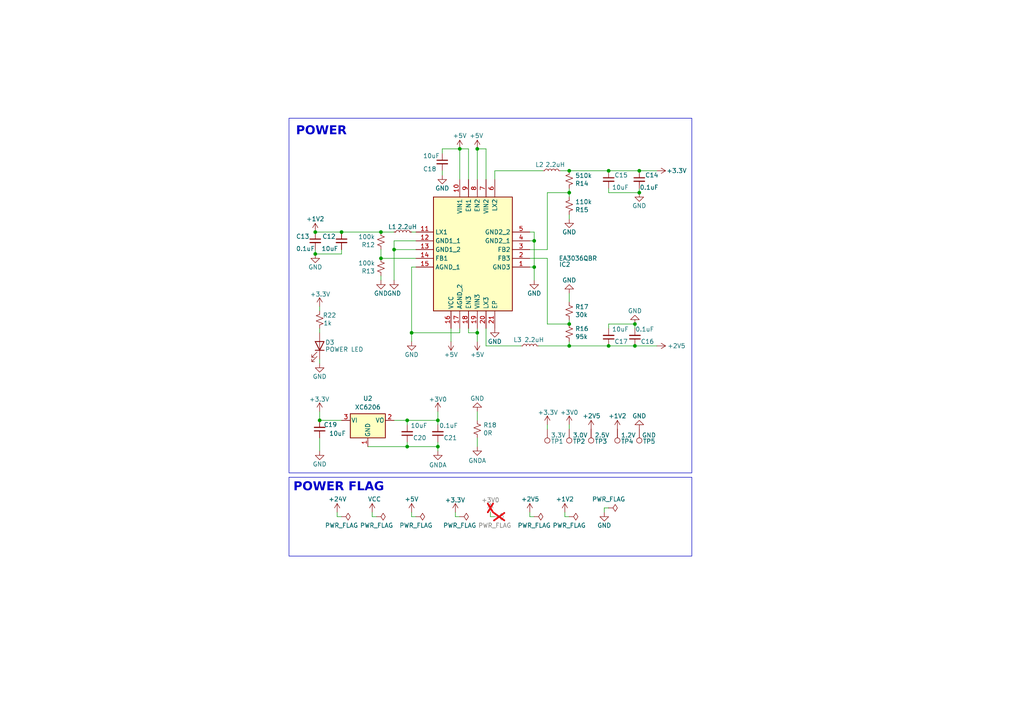
<source format=kicad_sch>
(kicad_sch (version 20230121) (generator eeschema)
  (paper "A4")
  (lib_symbols
    (symbol "+3.3V_1" (power) (pin_names (offset 0))
      (property "Value" "+3.3V_1" (at 0 3.556 0))
      (symbol "+3.3V_1_0_1"
        (polyline (pts (xy -0.762 1.27) (xy 0 2.54)))
        (polyline (pts (xy 0 0) (xy 0 2.54)))
        (polyline (pts (xy 0 2.54) (xy 0.762 1.27)))
      )
      (symbol "+3.3V_1_1_1"
        (pin power_in line (at 0 0 90) (length 0) hide (name "+3.3V") (number "1"))
      )
    )
    (symbol "3rd_Power_Manager:EA3036QBR"
      (property "Reference" "IC" (at 29.21 17.78 0))
      (property "Value" "EA3036QBR" (at 29.21 15.24 0))
      (symbol "EA3036QBR_1_1"
        (rectangle (start 5.08 12.7) (end 27.94 -20.32) (stroke (width 0.254)) (fill (type background)))
        (pin passive line (at 0 0 0) (length 5.08) (name "GND3") (number "1"))
        (pin passive line (at 20.32 -25.4 90) (length 5.08) (name "VIN1") (number "10"))
        (pin passive line (at 33.02 -10.16 180) (length 5.08) (name "LX1") (number "11"))
        (pin passive line (at 33.02 -7.62 180) (length 5.08) (name "GND1_1") (number "12"))
        (pin passive line (at 33.02 -5.08 180) (length 5.08) (name "GND1_2") (number "13"))
        (pin passive line (at 33.02 -2.54 180) (length 5.08) (name "FB1") (number "14"))
        (pin passive line (at 33.02 0 180) (length 5.08) (name "AGND_1") (number "15"))
        (pin passive line (at 22.86 17.78 270) (length 5.08) (name "VCC") (number "16"))
        (pin passive line (at 20.32 17.78 270) (length 5.08) (name "AGND_2") (number "17"))
        (pin passive line (at 17.78 17.78 270) (length 5.08) (name "EN3") (number "18"))
        (pin passive line (at 15.24 17.78 270) (length 5.08) (name "VIN3") (number "19"))
        (pin passive line (at 0 -2.54 0) (length 5.08) (name "FB3") (number "2"))
        (pin passive line (at 12.7 17.78 270) (length 5.08) (name "LX3") (number "20"))
        (pin passive line (at 10.16 17.78 270) (length 5.08) (name "EP") (number "21"))
        (pin passive line (at 0 -5.08 0) (length 5.08) (name "FB2") (number "3"))
        (pin passive line (at 0 -7.62 0) (length 5.08) (name "GND2_1") (number "4"))
        (pin passive line (at 0 -10.16 0) (length 5.08) (name "GND2_2") (number "5"))
        (pin passive line (at 10.16 -25.4 90) (length 5.08) (name "LX2") (number "6"))
        (pin passive line (at 12.7 -25.4 90) (length 5.08) (name "VIN2") (number "7"))
        (pin passive line (at 15.24 -25.4 90) (length 5.08) (name "EN2") (number "8"))
        (pin passive line (at 17.78 -25.4 90) (length 5.08) (name "EN1") (number "9"))
      )
    )
    (symbol "Connector:TestPoint" (pin_numbers hide) (pin_names (offset 0.762) hide)
      (property "Reference" "TP" (at 0 6.858 0))
      (property "Value" "TestPoint" (at 0 5.08 0))
      (symbol "TestPoint_0_1"
        (circle (center 0 3.302) (radius 0.762))
      )
      (symbol "TestPoint_1_1"
        (pin passive line (at 0 0 90) (length 2.54) (name "1") (number "1"))
      )
    )
    (symbol "Device:C_Small" (pin_numbers hide) (pin_names (offset 0.254) hide)
      (property "Reference" "C" (at 0.254 1.778 0))
      (property "Value" "C_Small" (at 0.254 -2.032 0))
      (symbol "C_Small_0_1"
        (polyline (pts (xy -1.524 -0.508) (xy 1.524 -0.508)) (stroke (width 0.3302)))
        (polyline (pts (xy -1.524 0.508) (xy 1.524 0.508)) (stroke (width 0.3048)))
      )
      (symbol "C_Small_1_1"
        (pin passive line (at 0 2.54 270) (length 2.032) (name "~") (number "1"))
        (pin passive line (at 0 -2.54 90) (length 2.032) (name "~") (number "2"))
      )
    )
    (symbol "Device:LED" (pin_numbers hide) (pin_names (offset 1.016) hide)
      (property "Reference" "D" (at 0 2.54 0))
      (property "Value" "LED" (at 0 -2.54 0))
      (symbol "LED_0_1"
        (polyline (pts (xy -1.27 -1.27) (xy -1.27 1.27)) (stroke (width 0.254)))
        (polyline (pts (xy -1.27 0) (xy 1.27 0)))
        (polyline (pts (xy 1.27 -1.27) (xy 1.27 1.27) (xy -1.27 0) (xy 1.27 -1.27)) (stroke (width 0.254)))
        (polyline (pts (xy -3.048 -0.762) (xy -4.572 -2.286) (xy -3.81 -2.286) (xy -4.572 -2.286) (xy -4.572 -1.524)))
        (polyline (pts (xy -1.778 -0.762) (xy -3.302 -2.286) (xy -2.54 -2.286) (xy -3.302 -2.286) (xy -3.302 -1.524)))
      )
      (symbol "LED_1_1"
        (pin passive line (at -3.81 0 0) (length 2.54) (name "K") (number "1"))
        (pin passive line (at 3.81 0 180) (length 2.54) (name "A") (number "2"))
      )
    )
    (symbol "Device:L_Small" (pin_numbers hide) (pin_names (offset 0.254) hide)
      (property "Reference" "L" (at 0.762 1.016 0))
      (property "Value" "L_Small" (at 0.762 -1.016 0))
      (symbol "L_Small_0_1"
        (arc (start 0 -2.032) (mid 0.5058 -1.524) (end 0 -1.016))
        (arc (start 0 -1.016) (mid 0.5058 -0.508) (end 0 0))
        (arc (start 0 0) (mid 0.5058 0.508) (end 0 1.016))
        (arc (start 0 1.016) (mid 0.5058 1.524) (end 0 2.032))
      )
      (symbol "L_Small_1_1"
        (pin passive line (at 0 2.54 270) (length 0.508) (name "~") (number "1"))
        (pin passive line (at 0 -2.54 90) (length 0.508) (name "~") (number "2"))
      )
    )
    (symbol "Device:R_Small_US" (pin_numbers hide) (pin_names (offset 0.254) hide)
      (property "Reference" "R" (at 0.762 0.508 0))
      (property "Value" "R_Small_US" (at 0.762 -1.016 0))
      (symbol "R_Small_US_1_1"
        (polyline (pts (xy 0 0) (xy 1.016 -0.381) (xy 0 -0.762) (xy -1.016 -1.143) (xy 0 -1.524)))
        (polyline (pts (xy 0 1.524) (xy 1.016 1.143) (xy 0 0.762) (xy -1.016 0.381) (xy 0 0)))
        (pin passive line (at 0 2.54 270) (length 1.016) (name "~") (number "1"))
        (pin passive line (at 0 -2.54 90) (length 1.016) (name "~") (number "2"))
      )
    )
    (symbol "Regulator_Linear:XC6206PxxxMR" (pin_names (offset 0.254))
      (property "Reference" "U" (at -3.81 3.175 0))
      (property "Value" "XC6206PxxxMR" (at 0 3.175 0))
      (symbol "XC6206PxxxMR_0_1"
        (rectangle (start -5.08 1.905) (end 5.08 -5.08) (stroke (width 0.254)) (fill (type background)))
      )
      (symbol "XC6206PxxxMR_1_1"
        (pin power_in line (at 0 -7.62 90) (length 2.54) (name "GND") (number "1"))
        (pin power_out line (at 7.62 0 180) (length 2.54) (name "VO") (number "2"))
        (pin power_in line (at -7.62 0 0) (length 2.54) (name "VI") (number "3"))
      )
    )
    (symbol "power:+1V2" (power) (pin_names (offset 0))
      (property "Value" "+1V2" (at 0 3.556 0))
      (symbol "+1V2_0_1"
        (polyline (pts (xy -0.762 1.27) (xy 0 2.54)))
        (polyline (pts (xy 0 0) (xy 0 2.54)))
        (polyline (pts (xy 0 2.54) (xy 0.762 1.27)))
      )
      (symbol "+1V2_1_1"
        (pin power_in line (at 0 0 90) (length 0) hide (name "+1V2") (number "1"))
      )
    )
    (symbol "power:+24V" (power) (pin_names (offset 0))
      (property "Value" "+24V" (at 0 3.556 0))
      (symbol "+24V_0_1"
        (polyline (pts (xy -0.762 1.27) (xy 0 2.54)))
        (polyline (pts (xy 0 0) (xy 0 2.54)))
        (polyline (pts (xy 0 2.54) (xy 0.762 1.27)))
      )
      (symbol "+24V_1_1"
        (pin power_in line (at 0 0 90) (length 0) hide (name "+24V") (number "1"))
      )
    )
    (symbol "power:+2V5" (power) (pin_names (offset 0))
      (property "Value" "+2V5" (at 0 3.556 0))
      (symbol "+2V5_0_1"
        (polyline (pts (xy -0.762 1.27) (xy 0 2.54)))
        (polyline (pts (xy 0 0) (xy 0 2.54)))
        (polyline (pts (xy 0 2.54) (xy 0.762 1.27)))
      )
      (symbol "+2V5_1_1"
        (pin power_in line (at 0 0 90) (length 0) hide (name "+2V5") (number "1"))
      )
    )
    (symbol "power:+3V0" (power) (pin_names (offset 0))
      (property "Value" "+3V0" (at 0 3.556 0))
      (symbol "+3V0_0_1"
        (polyline (pts (xy -0.762 1.27) (xy 0 2.54)))
        (polyline (pts (xy 0 0) (xy 0 2.54)))
        (polyline (pts (xy 0 2.54) (xy 0.762 1.27)))
      )
      (symbol "+3V0_1_1"
        (pin power_in line (at 0 0 90) (length 0) hide (name "+3V0") (number "1"))
      )
    )
    (symbol "power:+5V" (power) (pin_names (offset 0))
      (property "Value" "+5V" (at 0 3.556 0))
      (symbol "+5V_0_1"
        (polyline (pts (xy -0.762 1.27) (xy 0 2.54)))
        (polyline (pts (xy 0 0) (xy 0 2.54)))
        (polyline (pts (xy 0 2.54) (xy 0.762 1.27)))
      )
      (symbol "+5V_1_1"
        (pin power_in line (at 0 0 90) (length 0) hide (name "+5V") (number "1"))
      )
    )
    (symbol "power:GND" (power) (pin_names (offset 0))
      (property "Value" "GND" (at 0 -3.81 0))
      (symbol "GND_0_1"
        (polyline (pts (xy 0 0) (xy 0 -1.27) (xy 1.27 -1.27) (xy 0 -2.54) (xy -1.27 -1.27) (xy 0 -1.27)))
      )
      (symbol "GND_1_1"
        (pin power_in line (at 0 0 270) (length 0) hide (name "GND") (number "1"))
      )
    )
    (symbol "power:GNDA" (power) (pin_names (offset 0))
      (property "Value" "GNDA" (at 0 -3.81 0))
      (symbol "GNDA_0_1"
        (polyline (pts (xy 0 0) (xy 0 -1.27) (xy 1.27 -1.27) (xy 0 -2.54) (xy -1.27 -1.27) (xy 0 -1.27)))
      )
      (symbol "GNDA_1_1"
        (pin power_in line (at 0 0 270) (length 0) hide (name "GNDA") (number "1"))
      )
    )
    (symbol "power:PWR_FLAG" (power) (pin_numbers hide) (pin_names (offset 0) hide)
      (property "Value" "PWR_FLAG" (at 0 3.81 0))
      (symbol "PWR_FLAG_0_0"
        (pin power_out line (at 0 0 90) (length 0) (name "pwr") (number "1"))
      )
      (symbol "PWR_FLAG_0_1"
        (polyline (pts (xy 0 0) (xy 0 1.27) (xy -1.016 1.905) (xy 0 2.54) (xy 1.016 1.905) (xy 0 1.27)))
      )
    )
    (symbol "power:VCC" (power) (pin_names (offset 0))
      (property "Value" "VCC" (at 0 3.81 0))
      (symbol "VCC_0_1"
        (polyline (pts (xy -0.762 1.27) (xy 0 2.54)))
        (polyline (pts (xy 0 0) (xy 0 2.54)))
        (polyline (pts (xy 0 2.54) (xy 0.762 1.27)))
      )
      (symbol "VCC_1_1"
        (pin power_in line (at 0 0 90) (length 0) hide (name "VCC") (number "1"))
      )
    )
  )
  (junction (at 91.44 73.66))
  (junction (at 119.38 96.52))
  (junction (at 154.94 69.85))
  (junction (at 91.44 67.31))
  (junction (at 138.43 96.52))
  (junction (at 127 121.92))
  (junction (at 165.1 100.33))
  (junction (at 110.49 67.31))
  (junction (at 138.43 43.18))
  (junction (at 165.1 93.98))
  (junction (at 185.42 55.88))
  (junction (at 154.94 77.47))
  (junction (at 184.15 93.98))
  (junction (at 185.42 49.53))
  (junction (at 127 129.54))
  (junction (at 184.15 100.33))
  (junction (at 176.53 49.53))
  (junction (at 176.53 100.33))
  (junction (at 165.1 49.53))
  (junction (at 133.35 43.18))
  (junction (at 99.06 67.31))
  (junction (at 110.49 74.93))
  (junction (at 118.11 129.54))
  (junction (at 165.1 55.88))
  (junction (at 92.71 121.92))
  (junction (at 118.11 121.92))
  (junction (at 114.3 72.39))
  (wire (pts (xy 176.53 54.61) (xy 176.53 55.88)))
  (wire (pts (xy 165.1 62.23) (xy 165.1 63.5)))
  (wire (pts (xy 118.11 128.27) (xy 118.11 129.54)))
  (wire (pts (xy 184.15 95.25) (xy 184.15 93.98)))
  (wire (pts (xy 114.3 72.39) (xy 120.65 72.39)))
  (wire (pts (xy 184.15 100.33) (xy 176.53 100.33)))
  (wire (pts (xy 175.26 147.32) (xy 176.53 147.32)))
  (wire (pts (xy 128.27 44.45) (xy 128.27 43.18)))
  (wire (pts (xy 127 129.54) (xy 127 130.81)))
  (wire (pts (xy 107.95 149.86) (xy 109.22 149.86)))
  (wire (pts (xy 138.43 96.52) (xy 138.43 99.06)))
  (wire (pts (xy 158.75 123.19) (xy 158.75 124.46)))
  (wire (pts (xy 119.38 99.06) (xy 119.38 96.52)))
  (wire (pts (xy 158.75 74.93) (xy 158.75 93.98)))
  (wire (pts (xy 154.94 67.31) (xy 153.67 67.31)))
  (wire (pts (xy 165.1 100.33) (xy 165.1 99.06)))
  (wire (pts (xy 114.3 121.92) (xy 118.11 121.92)))
  (wire (pts (xy 135.89 95.25) (xy 135.89 96.52)))
  (wire (pts (xy 175.26 148.59) (xy 175.26 147.32)))
  (wire (pts (xy 138.43 96.52) (xy 138.43 95.25)))
  (wire (pts (xy 127 128.27) (xy 127 129.54)))
  (wire (pts (xy 140.97 100.33) (xy 151.13 100.33)))
  (wire (pts (xy 142.24 149.86) (xy 143.51 149.86)))
  (wire (pts (xy 106.68 129.54) (xy 118.11 129.54)))
  (wire (pts (xy 132.08 148.59) (xy 132.08 149.86)))
  (wire (pts (xy 92.71 104.14) (xy 92.71 105.41)))
  (wire (pts (xy 119.38 149.86) (xy 120.65 149.86)))
  (wire (pts (xy 110.49 80.01) (xy 110.49 81.28)))
  (wire (pts (xy 158.75 72.39) (xy 158.75 55.88)))
  (wire (pts (xy 114.3 72.39) (xy 114.3 81.28)))
  (wire (pts (xy 118.11 129.54) (xy 127 129.54)))
  (wire (pts (xy 185.42 49.53) (xy 176.53 49.53)))
  (wire (pts (xy 127 119.38) (xy 127 121.92)))
  (wire (pts (xy 158.75 93.98) (xy 165.1 93.98)))
  (wire (pts (xy 184.15 93.98) (xy 176.53 93.98)))
  (wire (pts (xy 128.27 43.18) (xy 133.35 43.18)))
  (wire (pts (xy 176.53 95.25) (xy 176.53 93.98)))
  (wire (pts (xy 176.53 100.33) (xy 165.1 100.33)))
  (wire (pts (xy 158.75 55.88) (xy 165.1 55.88)))
  (wire (pts (xy 92.71 127) (xy 92.71 130.81)))
  (wire (pts (xy 97.79 149.86) (xy 99.06 149.86)))
  (wire (pts (xy 91.44 67.31) (xy 99.06 67.31)))
  (wire (pts (xy 99.06 67.31) (xy 110.49 67.31)))
  (wire (pts (xy 154.94 69.85) (xy 154.94 67.31)))
  (wire (pts (xy 130.81 95.25) (xy 130.81 99.06)))
  (wire (pts (xy 154.94 77.47) (xy 154.94 81.28)))
  (wire (pts (xy 119.38 77.47) (xy 119.38 96.52)))
  (wire (pts (xy 153.67 74.93) (xy 158.75 74.93)))
  (wire (pts (xy 91.44 72.39) (xy 91.44 73.66)))
  (wire (pts (xy 143.51 52.07) (xy 143.51 49.53)))
  (wire (pts (xy 138.43 119.38) (xy 138.43 121.92)))
  (wire (pts (xy 153.67 77.47) (xy 154.94 77.47)))
  (wire (pts (xy 153.67 69.85) (xy 154.94 69.85)))
  (wire (pts (xy 120.65 74.93) (xy 110.49 74.93)))
  (wire (pts (xy 132.08 149.86) (xy 133.35 149.86)))
  (wire (pts (xy 119.38 148.59) (xy 119.38 149.86)))
  (wire (pts (xy 92.71 88.9) (xy 92.71 90.17)))
  (wire (pts (xy 138.43 43.18) (xy 138.43 52.07)))
  (wire (pts (xy 133.35 43.18) (xy 133.35 52.07)))
  (wire (pts (xy 127 123.19) (xy 127 121.92)))
  (wire (pts (xy 153.67 72.39) (xy 158.75 72.39)))
  (wire (pts (xy 133.35 95.25) (xy 133.35 96.52)))
  (wire (pts (xy 165.1 92.71) (xy 165.1 93.98)))
  (wire (pts (xy 138.43 127) (xy 138.43 129.54)))
  (wire (pts (xy 138.43 43.18) (xy 140.97 43.18)))
  (wire (pts (xy 133.35 96.52) (xy 119.38 96.52)))
  (wire (pts (xy 91.44 73.66) (xy 99.06 73.66)))
  (wire (pts (xy 114.3 69.85) (xy 114.3 72.39)))
  (wire (pts (xy 135.89 43.18) (xy 135.89 52.07)))
  (wire (pts (xy 184.15 100.33) (xy 190.5 100.33)))
  (wire (pts (xy 165.1 55.88) (xy 165.1 57.15)))
  (wire (pts (xy 128.27 49.53) (xy 128.27 50.8)))
  (wire (pts (xy 140.97 95.25) (xy 140.97 100.33)))
  (wire (pts (xy 163.83 149.86) (xy 165.1 149.86)))
  (wire (pts (xy 165.1 54.61) (xy 165.1 55.88)))
  (wire (pts (xy 133.35 43.18) (xy 135.89 43.18)))
  (wire (pts (xy 153.67 149.86) (xy 154.94 149.86)))
  (wire (pts (xy 110.49 72.39) (xy 110.49 74.93)))
  (wire (pts (xy 156.21 100.33) (xy 165.1 100.33)))
  (wire (pts (xy 162.56 49.53) (xy 165.1 49.53)))
  (wire (pts (xy 120.65 69.85) (xy 114.3 69.85)))
  (wire (pts (xy 92.71 119.38) (xy 92.71 121.92)))
  (wire (pts (xy 107.95 148.59) (xy 107.95 149.86)))
  (wire (pts (xy 97.79 148.59) (xy 97.79 149.86)))
  (wire (pts (xy 143.51 49.53) (xy 157.48 49.53)))
  (wire (pts (xy 165.1 87.63) (xy 165.1 85.09)))
  (wire (pts (xy 92.71 95.25) (xy 92.71 96.52)))
  (wire (pts (xy 140.97 43.18) (xy 140.97 52.07)))
  (wire (pts (xy 154.94 77.47) (xy 154.94 69.85)))
  (wire (pts (xy 165.1 123.19) (xy 165.1 124.46)))
  (wire (pts (xy 119.38 77.47) (xy 120.65 77.47)))
  (wire (pts (xy 185.42 54.61) (xy 185.42 55.88)))
  (wire (pts (xy 153.67 148.59) (xy 153.67 149.86)))
  (wire (pts (xy 185.42 49.53) (xy 190.5 49.53)))
  (wire (pts (xy 114.3 67.31) (xy 110.49 67.31)))
  (wire (pts (xy 118.11 121.92) (xy 118.11 123.19)))
  (wire (pts (xy 120.65 67.31) (xy 119.38 67.31)))
  (wire (pts (xy 92.71 121.92) (xy 99.06 121.92)))
  (wire (pts (xy 135.89 96.52) (xy 138.43 96.52)))
  (wire (pts (xy 185.42 55.88) (xy 176.53 55.88)))
  (wire (pts (xy 99.06 72.39) (xy 99.06 73.66)))
  (wire (pts (xy 163.83 148.59) (xy 163.83 149.86)))
  (wire (pts (xy 176.53 49.53) (xy 165.1 49.53)))
  (wire (pts (xy 142.24 148.59) (xy 142.24 149.86)))
  (wire (pts (xy 118.11 121.92) (xy 127 121.92)))
  (rectangle (start 83.82 34.29) (end 200.66 137.16))
  (rectangle (start 83.82 138.43) (end 200.66 161.29))
  (text "POWER FLAG" (at 85.09 143.51 0) (effects (font (size 2.54 2.54) (thickness 0.508) bold) (justify left bottom)))
  (text "POWER" (at 85.852 40.259 0) (effects (font (size 2.54 2.54) (thickness 0.508) bold) (justify left bottom)))
  (symbol (lib_id "power:+1V2") (at 91.44 67.31 0) (unit 1)
    (property "Reference" "#PWR031" (effects hide))
    (property "Value" "+1V2" (at 91.44 63.5 0))
    (instances (project "LinuxDK" (path "" (reference "#PWR031") (unit 1)) (path "" (reference "#PWR012") (unit 1))))
  )
  (symbol (lib_id "power:+1V2") (at 163.83 148.59 0) (unit 1)
    (property "Reference" "#PWR031" (effects hide))
    (property "Value" "+1V2" (at 163.83 144.78 0))
    (instances (project "LinuxDK" (path "" (reference "#PWR031") (unit 1)) (path "" (reference "#PWR0108") (unit 1))))
  )
  (symbol (lib_id "Device:L_Small") (at 160.02 49.53 270) (mirror x) (unit 1)
    (property "Reference" "L2" (at 156.464 47.752 90))
    (property "Value" "2.2uH" (at 161.036 47.752 90))
    (property "Footprint" "Inductor_SMD:L_1008_2520Metric" (effects hide))
    (instances (project "LinuxDK" (path "" (reference "L2") (unit 1)) (path "" (reference "L3") (unit 1))))
  )
  (symbol (lib_id "power:+5V") (at 130.81 99.06 180) (unit 1)
    (property "Reference" "#PWR043" (effects hide))
    (property "Value" "+5V" (at 130.81 102.87 0))
    (instances (project "LinuxDK" (path "" (reference "#PWR043") (unit 1)) (path "" (reference "#PWR033") (unit 1))) (project "StepDriver" (path "" (reference "#PWR02") (unit 1))))
  )
  (symbol (lib_id "power:PWR_FLAG") (at 109.22 149.86 270) (unit 1)
    (property "Reference" "#FLG01" (effects hide))
    (property "Value" "PWR_FLAG" (at 109.22 152.4 90))
    (instances (project "LinuxDK" (path "" (reference "#FLG01") (unit 1)) (path "" (reference "#FLG05") (unit 1))) (project "StepDriver" (path "" (reference "#FLG0103") (unit 1))))
  )
  (symbol (lib_id "power:GND") (at 165.1 85.09 180) (unit 1)
    (property "Reference" "#PWR037" (effects hide))
    (property "Value" "GND" (at 165.1 81.28 0))
    (instances (project "LinuxDK" (path "" (reference "#PWR037") (unit 1)) (path "" (reference "#PWR042") (unit 1))) (project "StepDriver" (path "" (reference "#PWR047") (unit 1))))
  )
  (symbol (lib_id "Device:C_Small") (at 176.53 97.79 180) (unit 1)
    (property "Reference" "C17" (at 182.118 99.06 0) (effects (justify left)))
    (property "Value" "10uF" (at 182.372 95.504 0) (effects (justify left)))
    (property "Footprint" "Capacitor_SMD:C_0603_1608Metric" (effects hide))
    (instances (project "LinuxDK" (path "" (reference "C17") (unit 1)) (path "" (reference "C10") (unit 1))) (project "StepDriver" (path "" (reference "C6") (unit 1))))
  )
  (symbol (lib_id "power:GND") (at 92.71 130.81 0) (unit 1)
    (property "Reference" "#PWR013" (effects hide))
    (property "Value" "GND" (at 92.71 134.62 0))
    (instances (project "LinuxDK" (path "" (reference "#PWR013") (unit 1)) (path "" (reference "#PWR017") (unit 1))) (project "StepDriver" (path "" (reference "#PWR047") (unit 1))))
  )
  (symbol (lib_id "Device:R_Small_US") (at 165.1 90.17 0) (unit 1)
    (property "Reference" "R17" (at 166.8272 89.0016 0) (effects (justify left)))
    (property "Value" "30k" (at 166.8272 91.313 0) (effects (justify left)))
    (property "Footprint" "Resistor_SMD:R_0603_1608Metric" (effects hide))
    (instances (project "LinuxDK" (path "" (reference "R17") (unit 1)) (path "" (reference "R16") (unit 1))) (project "StepDriver" (path "" (reference "R8") (unit 1))))
  )
  (symbol (lib_id "power:PWR_FLAG") (at 120.65 149.86 270) (unit 1)
    (property "Reference" "#FLG01" (effects hide))
    (property "Value" "PWR_FLAG" (at 120.65 152.4 90))
    (instances (project "LinuxDK" (path "" (reference "#FLG01") (unit 1)) (path "" (reference "#FLG01") (unit 1))) (project "StepDriver" (path "" (reference "#FLG0103") (unit 1))))
  )
  (symbol (lib_id "power:GND") (at 119.38 99.06 0) (unit 1)
    (property "Reference" "#PWR044" (effects hide))
    (property "Value" "GND" (at 119.38 102.87 0))
    (instances (project "LinuxDK" (path "" (reference "#PWR044") (unit 1)) (path "" (reference "#PWR029") (unit 1))) (project "StepDriver" (path "" (reference "#PWR047") (unit 1))))
  )
  (symbol (lib_id "3rd_Power_Manager:EA3036QBR") (at 153.67 77.47 180) (unit 1)
    (property "Reference" "IC2" (at 163.83 76.708 0))
    (property "Value" "EA3036QBR" (at 167.64 74.93 0))
    (property "Footprint" "3rd_Package_QFN:QFN-20_L2.90-W2.90-P0.40_EA3036QBR" (effects hide))
    (property "Datasheet" "http://club.szlcsc.com/article/downFile_D72C44885C60F9F1.html" (effects hide))
    (property "Height" "0.8" (effects hide))
    (property "Manufacturer_Name" "Ever Analog" (effects hide))
    (property "Manufacturer_Part_Number" "EA3036QBR" (effects hide))
  )
  (symbol (lib_name "+3.3V_1") (lib_id "power:+3.3V") (at 158.75 123.19 0) (unit 1)
    (property "Reference" "#PWR015" (effects hide))
    (property "Value" "+3.3V" (at 155.956 119.634 0) (effects (justify left)))
    (instances (project "LinuxDK" (path "" (reference "#PWR015") (unit 1)) (path "" (reference "#PWR041") (unit 1))))
  )
  (symbol (lib_id "Connector:TestPoint") (at 185.42 124.46 0) (mirror x) (unit 1)
    (property "Reference" "TP5" (at 186.436 128.016 0) (effects (justify left)))
    (property "Value" "GND" (at 186.182 126.238 0) (effects (justify left)))
    (property "Footprint" "TestPoint:TestPoint_Pad_D1.0mm" (effects hide))
  )
  (symbol (lib_id "power:GNDA") (at 138.43 129.54 0) (unit 1)
    (property "Reference" "#PWR046" (effects hide))
    (property "Value" "GNDA" (at 138.43 133.604 0))
    (instances (project "LinuxDK" (path "" (reference "#PWR046") (unit 1)) (path "" (reference "#PWR038") (unit 1))))
  )
  (symbol (lib_id "power:GND") (at 110.49 81.28 0) (unit 1)
    (property "Reference" "#PWR029" (effects hide))
    (property "Value" "GND" (at 110.49 85.09 0))
    (instances (project "LinuxDK" (path "" (reference "#PWR029") (unit 1)) (path "" (reference "#PWR018") (unit 1))) (project "StepDriver" (path "" (reference "#PWR047") (unit 1))))
  )
  (symbol (lib_id "Device:C_Small") (at 92.71 124.46 180) (unit 1)
    (property "Reference" "C19" (at 97.79 123.19 0) (effects (justify left)))
    (property "Value" "10uF" (at 100.33 125.73 0) (effects (justify left)))
    (property "Footprint" "Capacitor_SMD:C_0603_1608Metric" (effects hide))
    (instances (project "LinuxDK" (path "" (reference "C19") (unit 1)) (path "" (reference "C5") (unit 1))) (project "StepDriver" (path "" (reference "C6") (unit 1))))
  )
  (symbol (lib_id "power:+2V5") (at 171.45 124.46 0) (unit 1)
    (property "Reference" "#PWR017" (effects hide))
    (property "Value" "+2V5" (at 168.91 120.65 0) (effects (justify left)))
    (instances (project "LinuxDK" (path "" (reference "#PWR017") (unit 1)) (path "" (reference "#PWR045") (unit 1))))
  )
  (symbol (lib_id "Connector:TestPoint") (at 171.45 124.46 0) (mirror x) (unit 1)
    (property "Reference" "TP3" (at 172.466 128.016 0) (effects (justify left)))
    (property "Value" "2.5V" (at 172.466 126.238 0) (effects (justify left)))
    (property "Footprint" "TestPoint:TestPoint_Pad_D1.0mm" (effects hide))
  )
  (symbol (lib_id "power:PWR_FLAG") (at 165.1 149.86 270) (unit 1)
    (property "Reference" "#FLG01" (effects hide))
    (property "Value" "PWR_FLAG" (at 165.1 152.4 90))
    (instances (project "LinuxDK" (path "" (reference "#FLG01") (unit 1)) (path "" (reference "#FLG07") (unit 1))) (project "StepDriver" (path "" (reference "#FLG0103") (unit 1))))
  )
  (symbol (lib_name "+3.3V_1") (lib_id "power:+3.3V") (at 132.08 148.59 0) (unit 1)
    (property "Reference" "#PWR012" (effects hide))
    (property "Value" "+3.3V" (at 129.032 145.034 0) (effects (justify left)))
    (instances (project "LinuxDK" (path "" (reference "#PWR012") (unit 1)) (path "" (reference "#PWR023") (unit 1))))
  )
  (symbol (lib_id "Device:C_Small") (at 185.42 52.07 0) (mirror y) (unit 1)
    (property "Reference" "C14" (at 191.008 50.8 0) (effects (justify left)))
    (property "Value" "0.1uF" (at 191.008 54.356 0) (effects (justify left)))
    (property "Footprint" "Capacitor_SMD:C_0603_1608Metric" (effects hide))
    (instances (project "LinuxDK" (path "" (reference "C14") (unit 1)) (path "" (reference "C13") (unit 1))) (project "StepDriver" (path "" (reference "C6") (unit 1))))
  )
  (symbol (lib_id "power:+2V5") (at 190.5 100.33 270) (unit 1)
    (property "Reference" "#PWR035" (effects hide))
    (property "Value" "+2V5" (at 193.548 100.33 90) (effects (justify left)))
    (instances (project "LinuxDK" (path "" (reference "#PWR035") (unit 1)) (path "" (reference "#PWR055") (unit 1))))
  )
  (symbol (lib_id "power:+5V") (at 119.38 148.59 0) (unit 1)
    (property "Reference" "#PWR020" (effects hide))
    (property "Value" "+5V" (at 119.38 144.78 0))
    (instances (project "LinuxDK" (path "" (reference "#PWR020") (unit 1)) (path "" (reference "#PWR020") (unit 1))) (project "StepDriver" (path "" (reference "#PWR050") (unit 1))))
  )
  (symbol (lib_id "power:GND") (at 143.51 95.25 0) (unit 1)
    (property "Reference" "#PWR042" (effects hide))
    (property "Value" "GND" (at 143.51 99.06 0))
    (instances (project "LinuxDK" (path "" (reference "#PWR042") (unit 1)) (path "" (reference "#PWR039") (unit 1))) (project "StepDriver" (path "" (reference "#PWR047") (unit 1))))
  )
  (symbol (lib_name "+3.3V_1") (lib_id "power:+3.3V") (at 92.71 88.9 0) (unit 1)
    (property "Reference" "#PWR055" (effects hide))
    (property "Value" "+3.3V" (at 89.916 85.344 0) (effects (justify left)))
    (instances (project "LinuxDK" (path "" (reference "#PWR055") (unit 1)) (path "" (reference "#PWR014") (unit 1))))
  )
  (symbol (lib_id "Device:C_Small") (at 184.15 97.79 180) (unit 1)
    (property "Reference" "C16" (at 189.738 99.06 0) (effects (justify left)))
    (property "Value" "0.1uF" (at 189.738 95.504 0) (effects (justify left)))
    (property "Footprint" "Capacitor_SMD:C_0603_1608Metric" (effects hide))
    (instances (project "LinuxDK" (path "" (reference "C16") (unit 1)) (path "" (reference "C12") (unit 1))) (project "StepDriver" (path "" (reference "C6") (unit 1))))
  )
  (symbol (lib_id "power:+5V") (at 133.35 43.18 0) (unit 1)
    (property "Reference" "#PWR038" (effects hide))
    (property "Value" "+5V" (at 133.35 39.37 0))
    (instances (project "LinuxDK" (path "" (reference "#PWR038") (unit 1)) (path "" (reference "#PWR034") (unit 1))) (project "StepDriver" (path "" (reference "#PWR02") (unit 1))))
  )
  (symbol (lib_id "Device:R_Small_US") (at 165.1 52.07 0) (mirror x) (unit 1)
    (property "Reference" "R14" (at 166.8272 53.2384 0) (effects (justify left)))
    (property "Value" "510k" (at 166.8272 50.927 0) (effects (justify left)))
    (property "Footprint" "Resistor_SMD:R_0603_1608Metric" (effects hide))
    (instances (project "LinuxDK" (path "" (reference "R14") (unit 1)) (path "" (reference "R18") (unit 1))) (project "StepDriver" (path "" (reference "R8") (unit 1))))
  )
  (symbol (lib_id "Device:R_Small_US") (at 92.71 92.71 0) (mirror y) (unit 1)
    (property "Reference" "R22" (at 97.536 91.44 0) (effects (justify left)))
    (property "Value" "1k" (at 96.266 93.726 0) (effects (justify left)))
    (property "Footprint" "Resistor_SMD:R_0603_1608Metric" (effects hide))
    (instances (project "LinuxDK" (path "" (reference "R22") (unit 1)) (path "" (reference "R12") (unit 1))) (project "StepDriver" (path "" (reference "R28") (unit 1))))
  )
  (symbol (lib_id "Device:C_Small") (at 99.06 69.85 0) (unit 1)
    (property "Reference" "C12" (at 93.472 68.58 0) (effects (justify left)))
    (property "Value" "10uF" (at 93.218 72.136 0) (effects (justify left)))
    (property "Footprint" "Capacitor_SMD:C_0603_1608Metric" (effects hide))
    (instances (project "LinuxDK" (path "" (reference "C12") (unit 1)) (path "" (reference "C6") (unit 1))) (project "StepDriver" (path "" (reference "C6") (unit 1))))
  )
  (symbol (lib_id "power:PWR_FLAG") (at 143.51 149.86 270) (unit 1) (in_bom no) (on_board no) (dnp yes)
    (property "Reference" "#FLG01" (effects hide))
    (property "Value" "PWR_FLAG" (at 143.51 152.4 90))
    (instances (project "LinuxDK" (path "" (reference "#FLG01") (unit 1)) (path "" (reference "#FLG03") (unit 1))) (project "StepDriver" (path "" (reference "#FLG0103") (unit 1))))
  )
  (symbol (lib_id "power:GND") (at 128.27 50.8 0) (unit 1)
    (property "Reference" "#PWR014" (effects hide))
    (property "Value" "GND" (at 128.27 54.61 0))
    (instances (project "LinuxDK" (path "" (reference "#PWR014") (unit 1)) (path "" (reference "#PWR032") (unit 1))) (project "StepDriver" (path "" (reference "#PWR047") (unit 1))))
  )
  (symbol (lib_id "Device:C_Small") (at 127 125.73 180) (unit 1)
    (property "Reference" "C21" (at 132.588 127 0) (effects (justify left)))
    (property "Value" "0.1uF" (at 132.842 123.444 0) (effects (justify left)))
    (property "Footprint" "Capacitor_SMD:C_0603_1608Metric" (effects hide))
    (instances (project "LinuxDK" (path "" (reference "C21") (unit 1)) (path "" (reference "C8") (unit 1))) (project "StepDriver" (path "" (reference "C6") (unit 1))))
  )
  (symbol (lib_id "Connector:TestPoint") (at 179.07 124.46 0) (mirror x) (unit 1)
    (property "Reference" "TP4" (at 180.086 128.016 0) (effects (justify left)))
    (property "Value" "1.2V" (at 180.086 126.238 0) (effects (justify left)))
    (property "Footprint" "TestPoint:TestPoint_Pad_D1.0mm" (effects hide))
  )
  (symbol (lib_id "power:GND") (at 138.43 119.38 180) (unit 1)
    (property "Reference" "#PWR047" (effects hide))
    (property "Value" "GND" (at 138.43 115.57 0))
    (instances (project "LinuxDK" (path "" (reference "#PWR047") (unit 1)) (path "" (reference "#PWR037") (unit 1))) (project "StepDriver" (path "" (reference "#PWR047") (unit 1))))
  )
  (symbol (lib_id "Device:R_Small_US") (at 110.49 77.47 180) (unit 1)
    (property "Reference" "R13" (at 108.7628 78.6384 0) (effects (justify left)))
    (property "Value" "100k" (at 108.7628 76.327 0) (effects (justify left)))
    (property "Footprint" "Resistor_SMD:R_0603_1608Metric" (effects hide))
    (instances (project "LinuxDK" (path "" (reference "R13") (unit 1)) (path "" (reference "R14") (unit 1))) (project "StepDriver" (path "" (reference "R8") (unit 1))))
  )
  (symbol (lib_id "power:PWR_FLAG") (at 176.53 147.32 270) (mirror x) (unit 1)
    (property "Reference" "#FLG01" (effects hide))
    (property "Value" "PWR_FLAG" (at 176.53 144.78 90))
    (instances (project "LinuxDK" (path "" (reference "#FLG01") (unit 1)) (path "" (reference "#FLG08") (unit 1))) (project "StepDriver" (path "" (reference "#FLG0103") (unit 1))))
  )
  (symbol (lib_name "+3.3V_1") (lib_id "power:+3.3V") (at 190.5 49.53 270) (unit 1)
    (property "Reference" "#PWR032" (effects hide))
    (property "Value" "+3.3V" (at 193.294 49.53 90) (effects (justify left)))
    (instances (project "LinuxDK" (path "" (reference "#PWR032") (unit 1)) (path "" (reference "#PWR054") (unit 1))))
  )
  (symbol (lib_id "power:+5V") (at 138.43 99.06 180) (unit 1)
    (property "Reference" "#PWR045" (effects hide))
    (property "Value" "+5V" (at 138.43 102.87 0))
    (instances (project "LinuxDK" (path "" (reference "#PWR045") (unit 1)) (path "" (reference "#PWR036") (unit 1))) (project "StepDriver" (path "" (reference "#PWR02") (unit 1))))
  )
  (symbol (lib_id "power:+1V2") (at 179.07 124.46 0) (unit 1)
    (property "Reference" "#PWR018" (effects hide))
    (property "Value" "+1V2" (at 179.07 120.65 0))
    (instances (project "LinuxDK" (path "" (reference "#PWR018") (unit 1)) (path "" (reference "#PWR046") (unit 1))))
  )
  (symbol (lib_id "power:GND") (at 91.44 73.66 0) (unit 1)
    (property "Reference" "#PWR030" (effects hide))
    (property "Value" "GND" (at 91.44 77.47 0))
    (instances (project "LinuxDK" (path "" (reference "#PWR030") (unit 1)) (path "" (reference "#PWR013") (unit 1))) (project "StepDriver" (path "" (reference "#PWR047") (unit 1))))
  )
  (symbol (lib_id "power:+3V0") (at 142.24 148.59 0) (unit 1) (in_bom no) (on_board no) (dnp yes)
    (property "Reference" "#PWR049" (effects hide))
    (property "Value" "+3V0" (at 142.24 145.034 0))
    (instances (project "LinuxDK" (path "" (reference "#PWR049") (unit 1)) (path "" (reference "#PWR0107") (unit 1))))
  )
  (symbol (lib_id "Device:C_Small") (at 176.53 52.07 0) (mirror y) (unit 1)
    (property "Reference" "C15" (at 182.118 50.8 0) (effects (justify left)))
    (property "Value" "10uF" (at 182.372 54.356 0) (effects (justify left)))
    (property "Footprint" "Capacitor_SMD:C_0603_1608Metric" (effects hide))
    (instances (project "LinuxDK" (path "" (reference "C15") (unit 1)) (path "" (reference "C11") (unit 1))) (project "StepDriver" (path "" (reference "C6") (unit 1))))
  )
  (symbol (lib_id "power:GND") (at 114.3 81.28 0) (unit 1)
    (property "Reference" "#PWR040" (effects hide))
    (property "Value" "GND" (at 114.3 85.09 0))
    (instances (project "LinuxDK" (path "" (reference "#PWR040") (unit 1)) (path "" (reference "#PWR019") (unit 1))) (project "StepDriver" (path "" (reference "#PWR047") (unit 1))))
  )
  (symbol (lib_id "power:PWR_FLAG") (at 154.94 149.86 270) (unit 1)
    (property "Reference" "#FLG01" (effects hide))
    (property "Value" "PWR_FLAG" (at 154.94 152.4 90))
    (instances (project "LinuxDK" (path "" (reference "#FLG01") (unit 1)) (path "" (reference "#FLG04") (unit 1))) (project "StepDriver" (path "" (reference "#FLG0103") (unit 1))))
  )
  (symbol (lib_id "power:+2V5") (at 153.67 148.59 0) (unit 1)
    (property "Reference" "#PWR035" (effects hide))
    (property "Value" "+2V5" (at 151.13 144.78 0) (effects (justify left)))
    (instances (project "LinuxDK" (path "" (reference "#PWR035") (unit 1)) (path "" (reference "#PWR0109") (unit 1))))
  )
  (symbol (lib_id "Device:C_Small") (at 91.44 69.85 0) (unit 1)
    (property "Reference" "C13" (at 85.852 68.58 0) (effects (justify left)))
    (property "Value" "0.1uF" (at 85.852 72.136 0) (effects (justify left)))
    (property "Footprint" "Capacitor_SMD:C_0603_1608Metric" (effects hide))
    (instances (project "LinuxDK" (path "" (reference "C13") (unit 1)) (path "" (reference "C4") (unit 1))) (project "StepDriver" (path "" (reference "C6") (unit 1))))
  )
  (symbol (lib_id "power:GNDA") (at 127 130.81 0) (unit 1)
    (property "Reference" "#PWR048" (effects hide))
    (property "Value" "GNDA" (at 127 134.874 0))
    (instances (project "LinuxDK" (path "" (reference "#PWR048") (unit 1)) (path "" (reference "#PWR031") (unit 1))))
  )
  (symbol (lib_id "power:GND") (at 175.26 148.59 0) (unit 1)
    (property "Reference" "#PWR013" (effects hide))
    (property "Value" "GND" (at 175.26 152.4 0))
    (instances (project "LinuxDK" (path "" (reference "#PWR013") (unit 1)) (path "" (reference "#PWR0110") (unit 1))) (project "StepDriver" (path "" (reference "#PWR047") (unit 1))))
  )
  (symbol (lib_id "power:+3V0") (at 165.1 123.19 0) (unit 1)
    (property "Reference" "#PWR016" (effects hide))
    (property "Value" "+3V0" (at 165.1 119.634 0))
    (instances (project "LinuxDK" (path "" (reference "#PWR016") (unit 1)) (path "" (reference "#PWR043") (unit 1))))
  )
  (symbol (lib_id "power:+3V0") (at 127 119.38 0) (unit 1)
    (property "Reference" "#PWR049" (effects hide))
    (property "Value" "+3V0" (at 127 115.824 0))
    (instances (project "LinuxDK" (path "" (reference "#PWR049") (unit 1)) (path "" (reference "#PWR030") (unit 1))))
  )
  (symbol (lib_id "power:GND") (at 154.94 81.28 0) (unit 1)
    (property "Reference" "#PWR041" (effects hide))
    (property "Value" "GND" (at 154.94 85.09 0))
    (instances (project "LinuxDK" (path "" (reference "#PWR041") (unit 1)) (path "" (reference "#PWR040") (unit 1))) (project "StepDriver" (path "" (reference "#PWR047") (unit 1))))
  )
  (symbol (lib_id "power:PWR_FLAG") (at 133.35 149.86 270) (unit 1)
    (property "Reference" "#FLG01" (effects hide))
    (property "Value" "PWR_FLAG" (at 133.35 152.4 90))
    (instances (project "LinuxDK" (path "" (reference "#FLG01") (unit 1)) (path "" (reference "#FLG02") (unit 1))) (project "StepDriver" (path "" (reference "#FLG0103") (unit 1))))
  )
  (symbol (lib_id "power:+5V") (at 138.43 43.18 0) (unit 1)
    (property "Reference" "#PWR039" (effects hide))
    (property "Value" "+5V" (at 138.176 39.37 0))
    (instances (project "LinuxDK" (path "" (reference "#PWR039") (unit 1)) (path "" (reference "#PWR035") (unit 1))) (project "StepDriver" (path "" (reference "#PWR02") (unit 1))))
  )
  (symbol (lib_id "power:+24V") (at 97.79 148.59 0) (unit 1)
    (property "Reference" "#PWR022" (effects hide))
    (property "Value" "+24V" (at 95.25 144.78 0) (effects (justify left)))
    (instances (project "LinuxDK" (path "" (reference "#PWR022") (unit 1)) (path "" (reference "#PWR022") (unit 1))) (project "StepDriver" (path "" (reference "#PWR048") (unit 1))))
  )
  (symbol (lib_id "power:GND") (at 185.42 55.88 0) (mirror y) (unit 1)
    (property "Reference" "#PWR033" (effects hide))
    (property "Value" "GND" (at 185.42 59.69 0))
    (instances (project "LinuxDK" (path "" (reference "#PWR033") (unit 1)) (path "" (reference "#PWR048") (unit 1))) (project "StepDriver" (path "" (reference "#PWR047") (unit 1))))
  )
  (symbol (lib_id "Connector:TestPoint") (at 158.75 124.46 0) (mirror x) (unit 1)
    (property "Reference" "TP1" (at 159.766 128.016 0) (effects (justify left)))
    (property "Value" "3.3V" (at 159.766 126.238 0) (effects (justify left)))
    (property "Footprint" "TestPoint:TestPoint_Pad_D1.0mm" (effects hide))
  )
  (symbol (lib_id "power:GND") (at 92.71 105.41 0) (unit 1)
    (property "Reference" "#PWR054" (effects hide))
    (property "Value" "GND" (at 92.71 109.22 0))
    (instances (project "LinuxDK" (path "" (reference "#PWR054") (unit 1)) (path "" (reference "#PWR015") (unit 1))) (project "StepDriver" (path "" (reference "#PWR047") (unit 1))))
  )
  (symbol (lib_name "+3.3V_1") (lib_id "power:+3.3V") (at 92.71 119.38 0) (unit 1)
    (property "Reference" "#PWR012" (effects hide))
    (property "Value" "+3.3V" (at 89.662 115.824 0) (effects (justify left)))
    (instances (project "LinuxDK" (path "" (reference "#PWR012") (unit 1)) (path "" (reference "#PWR016") (unit 1))))
  )
  (symbol (lib_id "Device:LED") (at 92.71 100.33 270) (mirror x) (unit 1)
    (property "Reference" "D3" (at 97.028 99.314 90) (effects (justify right)))
    (property "Value" "POWER LED" (at 105.41 101.346 90) (effects (justify right)))
    (property "Footprint" "LED_SMD:LED_0603_1608Metric" (effects hide))
    (instances (project "LinuxDK" (path "" (reference "D3") (unit 1)) (path "" (reference "D3") (unit 1))) (project "StepDriver" (path "" (reference "D9") (unit 1))))
  )
  (symbol (lib_id "Regulator_Linear:XC6206PxxxMR") (at 106.68 121.92 0) (unit 1)
    (property "Reference" "U2" (at 106.68 115.57 0))
    (property "Value" "XC6206" (at 106.68 118.11 0))
    (property "Footprint" "Package_TO_SOT_SMD:SOT-23-3" (effects hide))
    (property "Datasheet" "https://www.torexsemi.com/file/xc6206/XC6206.pdf" (effects hide))
    (instances (project "LinuxDK" (path "" (reference "U2") (unit 1)) (path "" (reference "U1") (unit 1))))
  )
  (symbol (lib_id "Device:R_Small_US") (at 110.49 69.85 180) (unit 1)
    (property "Reference" "R12" (at 108.7628 71.0184 0) (effects (justify left)))
    (property "Value" "100k" (at 108.7628 68.707 0) (effects (justify left)))
    (property "Footprint" "Resistor_SMD:R_0603_1608Metric" (effects hide))
    (instances (project "LinuxDK" (path "" (reference "R12") (unit 1)) (path "" (reference "R13") (unit 1))) (project "StepDriver" (path "" (reference "R8") (unit 1))))
  )
  (symbol (lib_id "Device:C_Small") (at 118.11 125.73 180) (unit 1)
    (property "Reference" "C20" (at 123.698 127 0) (effects (justify left)))
    (property "Value" "10uF" (at 123.952 123.444 0) (effects (justify left)))
    (property "Footprint" "Capacitor_SMD:C_0603_1608Metric" (effects hide))
    (instances (project "LinuxDK" (path "" (reference "C20") (unit 1)) (path "" (reference "C7") (unit 1))) (project "StepDriver" (path "" (reference "C6") (unit 1))))
  )
  (symbol (lib_id "power:PWR_FLAG") (at 99.06 149.86 270) (unit 1)
    (property "Reference" "#FLG01" (effects hide))
    (property "Value" "PWR_FLAG" (at 99.06 152.4 90))
    (instances (project "LinuxDK" (path "" (reference "#FLG01") (unit 1)) (path "" (reference "#FLG06") (unit 1))) (project "StepDriver" (path "" (reference "#FLG0103") (unit 1))))
  )
  (symbol (lib_id "power:GND") (at 184.15 93.98 180) (unit 1)
    (property "Reference" "#PWR036" (effects hide))
    (property "Value" "GND" (at 184.15 90.17 0))
    (instances (project "LinuxDK" (path "" (reference "#PWR036") (unit 1)) (path "" (reference "#PWR047") (unit 1))) (project "StepDriver" (path "" (reference "#PWR047") (unit 1))))
  )
  (symbol (lib_id "Device:C_Small") (at 128.27 46.99 0) (unit 1)
    (property "Reference" "C18" (at 122.682 49.022 0) (effects (justify left)))
    (property "Value" "10uF" (at 122.682 45.212 0) (effects (justify left)))
    (property "Footprint" "Capacitor_SMD:C_0603_1608Metric" (effects hide))
    (instances (project "LinuxDK" (path "" (reference "C18") (unit 1)) (path "" (reference "C9") (unit 1))) (project "StepDriver" (path "" (reference "C6") (unit 1))))
  )
  (symbol (lib_id "Device:R_Small_US") (at 165.1 59.69 0) (mirror x) (unit 1)
    (property "Reference" "R15" (at 166.8272 60.8584 0) (effects (justify left)))
    (property "Value" "110k" (at 166.8272 58.547 0) (effects (justify left)))
    (property "Footprint" "Resistor_SMD:R_0603_1608Metric" (effects hide))
    (instances (project "LinuxDK" (path "" (reference "R15") (unit 1)) (path "" (reference "R22") (unit 1))) (project "StepDriver" (path "" (reference "R8") (unit 1))))
  )
  (symbol (lib_id "Device:L_Small") (at 153.67 100.33 270) (mirror x) (unit 1)
    (property "Reference" "L3" (at 150.114 98.552 90))
    (property "Value" "2.2uH" (at 154.94 98.552 90))
    (property "Footprint" "Inductor_SMD:L_1008_2520Metric" (effects hide))
    (instances (project "LinuxDK" (path "" (reference "L3") (unit 1)) (path "" (reference "L2") (unit 1))))
  )
  (symbol (lib_id "power:GND") (at 185.42 124.46 180) (unit 1)
    (property "Reference" "#PWR019" (effects hide))
    (property "Value" "GND" (at 185.42 120.65 0))
    (instances (project "LinuxDK" (path "" (reference "#PWR019") (unit 1)) (path "" (reference "#PWR049") (unit 1))) (project "StepDriver" (path "" (reference "#PWR047") (unit 1))))
  )
  (symbol (lib_id "power:GND") (at 165.1 63.5 0) (mirror y) (unit 1)
    (property "Reference" "#PWR034" (effects hide))
    (property "Value" "GND" (at 165.1 67.31 0))
    (instances (project "LinuxDK" (path "" (reference "#PWR034") (unit 1)) (path "" (reference "#PWR044") (unit 1))) (project "StepDriver" (path "" (reference "#PWR047") (unit 1))))
  )
  (symbol (lib_id "Connector:TestPoint") (at 165.1 124.46 0) (mirror x) (unit 1)
    (property "Reference" "TP2" (at 166.116 128.016 0) (effects (justify left)))
    (property "Value" "3.0V" (at 166.116 126.238 0) (effects (justify left)))
    (property "Footprint" "TestPoint:TestPoint_Pad_D1.0mm" (effects hide))
  )
  (symbol (lib_id "Device:L_Small") (at 116.84 67.31 90) (unit 1)
    (property "Reference" "L1" (at 113.792 65.786 90))
    (property "Value" "2.2uH" (at 118.11 65.786 90))
    (property "Footprint" "Inductor_SMD:L_1008_2520Metric" (effects hide))
  )
  (symbol (lib_id "Device:R_Small_US") (at 138.43 124.46 0) (unit 1)
    (property "Reference" "R18" (at 140.1572 123.2916 0) (effects (justify left)))
    (property "Value" "0R" (at 140.1572 125.603 0) (effects (justify left)))
    (property "Footprint" "Resistor_SMD:R_0603_1608Metric" (effects hide))
    (instances (project "LinuxDK" (path "" (reference "R18") (unit 1)) (path "" (reference "R15") (unit 1))) (project "StepDriver" (path "" (reference "R8") (unit 1))))
  )
  (symbol (lib_id "Device:R_Small_US") (at 165.1 96.52 0) (unit 1)
    (property "Reference" "R16" (at 166.8272 95.3516 0) (effects (justify left)))
    (property "Value" "95k" (at 166.8272 97.663 0) (effects (justify left)))
    (property "Footprint" "Resistor_SMD:R_0603_1608Metric" (effects hide))
    (instances (project "LinuxDK" (path "" (reference "R16") (unit 1)) (path "" (reference "R17") (unit 1))) (project "StepDriver" (path "" (reference "R8") (unit 1))))
  )
  (symbol (lib_id "power:VCC") (at 107.95 148.59 0) (unit 1)
    (property "Reference" "#PWR021" (effects hide))
    (property "Value" "VCC" (at 106.68 144.78 0) (effects (justify left)))
    (instances (project "LinuxDK" (path "" (reference "#PWR021") (unit 1)) (path "" (reference "#PWR021") (unit 1))) (project "StepDriver" (path "" (reference "#PWR049") (unit 1))))
  )
)
</source>
